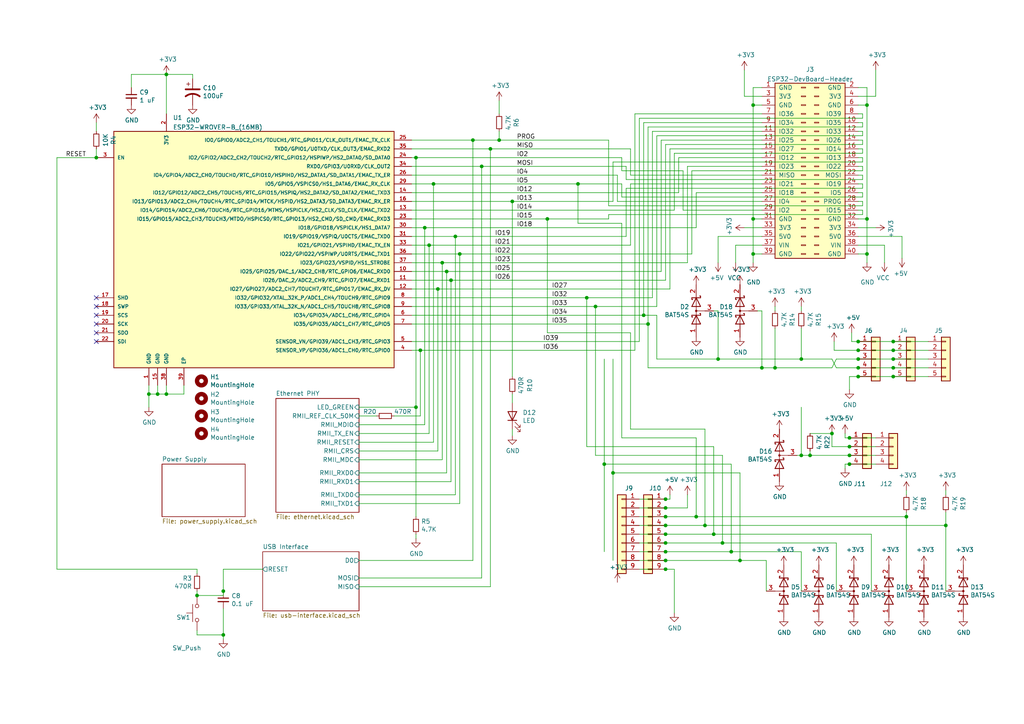
<source format=kicad_sch>
(kicad_sch (version 20211123) (generator eeschema)
  (paper "A4")
  (lib_symbols
    (symbol "Connector_Generic:Conn_01x04" (pin_names (offset 1.016) hide)
      (property "Reference" "J" (at 0 5.08 0))
      (property "Value" "Conn_01x04" (at 0 -7.62 0))
      (symbol "Conn_01x04_1_1"
        (pin passive line (at -5.08 2.54 0) (length 3.81) (name "Pin_1") (number "1"))
        (pin passive line (at -5.08 0 0) (length 3.81) (name "Pin_2") (number "2"))
        (pin passive line (at -5.08 -2.54 0) (length 3.81) (name "Pin_3") (number "3"))
        (pin passive line (at -5.08 -5.08 0) (length 3.81) (name "Pin_4") (number "4"))
      )
    )
    (symbol "Connector_Generic:Conn_01x05" (pin_names (offset 1.016) hide)
      (property "Reference" "J" (at 0 7.62 0))
      (property "Value" "Conn_01x05" (at 0 -7.62 0))
      (symbol "Conn_01x05_1_1"
        (pin passive line (at -5.08 5.08 0) (length 3.81) (name "Pin_1") (number "1"))
        (pin passive line (at -5.08 2.54 0) (length 3.81) (name "Pin_2") (number "2"))
        (pin passive line (at -5.08 0 0) (length 3.81) (name "Pin_3") (number "3"))
        (pin passive line (at -5.08 -2.54 0) (length 3.81) (name "Pin_4") (number "4"))
        (pin passive line (at -5.08 -5.08 0) (length 3.81) (name "Pin_5") (number "5"))
      )
    )
    (symbol "Connector_Generic:Conn_01x09" (pin_names (offset 1.016) hide)
      (property "Reference" "J" (at 0 12.7 0))
      (property "Value" "Conn_01x09" (at 0 -12.7 0))
      (symbol "Conn_01x09_1_1"
        (pin passive line (at -5.08 10.16 0) (length 3.81) (name "Pin_1") (number "1"))
        (pin passive line (at -5.08 7.62 0) (length 3.81) (name "Pin_2") (number "2"))
        (pin passive line (at -5.08 5.08 0) (length 3.81) (name "Pin_3") (number "3"))
        (pin passive line (at -5.08 2.54 0) (length 3.81) (name "Pin_4") (number "4"))
        (pin passive line (at -5.08 0 0) (length 3.81) (name "Pin_5") (number "5"))
        (pin passive line (at -5.08 -2.54 0) (length 3.81) (name "Pin_6") (number "6"))
        (pin passive line (at -5.08 -5.08 0) (length 3.81) (name "Pin_7") (number "7"))
        (pin passive line (at -5.08 -7.62 0) (length 3.81) (name "Pin_8") (number "8"))
        (pin passive line (at -5.08 -10.16 0) (length 3.81) (name "Pin_9") (number "9"))
      )
    )
    (symbol "Device:CP1" (pin_numbers hide) (pin_names (offset 0.254) hide)
      (property "Reference" "C" (at 0.635 2.54 0))
      (property "Value" "Device_CP1" (at 0.635 -2.54 0))
      (symbol "CP1_1_1"
        (pin passive line (at 0 3.81 270) (length 2.794) (name "~") (number "1"))
        (pin passive line (at 0 -3.81 90) (length 3.302) (name "~") (number "2"))
      )
    )
    (symbol "Device:C_Small" (pin_numbers hide) (pin_names (offset 0.254) hide)
      (property "Reference" "C" (at 0.254 1.778 0))
      (property "Value" "C_Small" (at 0.254 -2.032 0))
      (symbol "C_Small_1_1"
        (pin passive line (at 0 2.54 270) (length 2.032) (name "~") (number "1"))
        (pin passive line (at 0 -2.54 90) (length 2.032) (name "~") (number "2"))
      )
    )
    (symbol "Device:D_Schottky_x2_Serial_AKC" (pin_names (offset 0.762) hide)
      (property "Reference" "D" (at 1.27 -2.54 0))
      (property "Value" "Device_D_Schottky_x2_Serial_AKC" (at 0 2.54 0))
      (symbol "D_Schottky_x2_Serial_AKC_0_1"
        (pin passive line (at -7.62 0 0) (length 3.81) (name "A") (number "1"))
        (pin passive line (at 7.62 0 180) (length 3.81) (name "K") (number "2"))
        (pin passive line (at 0 -5.08 90) (length 2.54) (name "common") (number "3"))
      )
    )
    (symbol "Device:LED" (pin_numbers hide) (pin_names (offset 1.016) hide)
      (property "Reference" "D" (at 0 2.54 0))
      (property "Value" "LED" (at 0 -2.54 0))
      (symbol "LED_1_1"
        (pin passive line (at -3.81 0 0) (length 2.54) (name "K") (number "1"))
        (pin passive line (at 3.81 0 180) (length 2.54) (name "A") (number "2"))
      )
    )
    (symbol "Device:R_Small" (pin_numbers hide) (pin_names (offset 0.254) hide)
      (property "Reference" "R" (at 0.762 0.508 0))
      (property "Value" "R_Small" (at 0.762 -1.016 0))
      (symbol "R_Small_1_1"
        (pin passive line (at 0 2.54 270) (length 0.762) (name "~") (number "1"))
        (pin passive line (at 0 -2.54 90) (length 0.762) (name "~") (number "2"))
      )
    )
    (symbol "ESP32-Water-Meter-Monitor-rescue:D_Schottky_x2_Serial_AKC-Device" (pin_names (offset 0.762) hide)
      (property "Reference" "D" (at 1.27 -2.54 0))
      (property "Value" "D_Schottky_x2_Serial_AKC-Device" (at 0 2.54 0))
      (symbol "D_Schottky_x2_Serial_AKC-Device_0_1"
        (pin passive line (at -7.62 0 0) (length 3.81) (name "A") (number "1"))
        (pin passive line (at 7.62 0 180) (length 3.81) (name "K") (number "2"))
        (pin passive line (at 0 -5.08 90) (length 2.54) (name "common") (number "3"))
      )
    )
    (symbol "Mechanical:MountingHole" (pin_names (offset 1.016))
      (property "Reference" "H" (at 0 5.08 0))
      (property "Value" "MountingHole" (at 0 3.175 0))
    )
    (symbol "Switch:SW_Push" (pin_numbers hide) (pin_names (offset 1.016) hide)
      (property "Reference" "SW" (at 1.27 2.54 0))
      (property "Value" "Switch_SW_Push" (at 0 -1.524 0))
      (symbol "SW_Push_0_1"
        (pin passive line (at -5.08 0 0) (length 2.54) (name "1") (number "1"))
        (pin passive line (at 5.08 0 180) (length 2.54) (name "2") (number "2"))
      )
    )
    (symbol "connectors:ESP32-DevBoard-Header" (pin_names (offset 1.016))
      (property "Reference" "J" (at 1.27 25.4 0))
      (property "Value" "ESP32-DevBoard-Header" (at 1.27 -27.94 0))
      (symbol "ESP32-DevBoard-Header_1_1"
        (pin passive line (at -12.7 22.86 0) (length 3.81) (name "GND") (number "1"))
        (pin passive line (at 15.24 12.7 180) (length 3.81) (name "IO35") (number "10"))
        (pin passive line (at -12.7 10.16 0) (length 3.81) (name "IO32") (number "11"))
        (pin passive line (at 15.24 10.16 180) (length 3.81) (name "IO33") (number "12"))
        (pin passive line (at -12.7 7.62 0) (length 3.81) (name "IO25") (number "13"))
        (pin passive line (at 15.24 7.62 180) (length 3.81) (name "IO26") (number "14"))
        (pin passive line (at -12.7 5.08 0) (length 3.81) (name "IO27") (number "15"))
        (pin passive line (at 15.24 5.08 180) (length 3.81) (name "IO14") (number "16"))
        (pin passive line (at -12.7 2.54 0) (length 3.81) (name "IO12") (number "17"))
        (pin passive line (at 15.24 2.54 180) (length 3.81) (name "IO13") (number "18"))
        (pin passive line (at -12.7 0 0) (length 3.81) (name "IO23") (number "19"))
        (pin passive line (at 15.24 22.86 180) (length 3.81) (name "GND") (number "2"))
        (pin passive line (at 15.24 0 180) (length 3.81) (name "IO22") (number "20"))
        (pin passive line (at -12.7 -2.54 0) (length 3.81) (name "MISO") (number "21"))
        (pin passive line (at 15.24 -2.54 180) (length 3.81) (name "MOSI") (number "22"))
        (pin passive line (at -12.7 -5.08 0) (length 3.81) (name "IO21") (number "23"))
        (pin passive line (at 15.24 -5.08 180) (length 3.81) (name "IO19") (number "24"))
        (pin passive line (at -12.7 -7.62 0) (length 3.81) (name "IO18") (number "25"))
        (pin passive line (at 15.24 -7.62 180) (length 3.81) (name "IO5") (number "26"))
        (pin passive line (at -12.7 -10.16 0) (length 3.81) (name "IO4") (number "27"))
        (pin passive line (at 15.24 -10.16 180) (length 3.81) (name "PROG") (number "28"))
        (pin passive line (at -12.7 -12.7 0) (length 3.81) (name "IO2") (number "29"))
        (pin passive line (at -12.7 20.32 0) (length 3.81) (name "3V3") (number "3"))
        (pin passive line (at 15.24 -12.7 180) (length 3.81) (name "IO15") (number "30"))
        (pin passive line (at -12.7 -15.24 0) (length 3.81) (name "GND") (number "31"))
        (pin passive line (at 15.24 -15.24 180) (length 3.81) (name "GND") (number "32"))
        (pin passive line (at -12.7 -17.78 0) (length 3.81) (name "3V3") (number "33"))
        (pin passive line (at 15.24 -17.78 180) (length 3.81) (name "3V3") (number "34"))
        (pin passive line (at -12.7 -20.32 0) (length 3.81) (name "5V0") (number "35"))
        (pin passive line (at 15.24 -20.32 180) (length 3.81) (name "5V0") (number "36"))
        (pin passive line (at -12.7 -22.86 0) (length 3.81) (name "VIN") (number "37"))
        (pin passive line (at 15.24 -22.86 180) (length 3.81) (name "VIN") (number "38"))
        (pin passive line (at -12.7 -25.4 0) (length 3.81) (name "GND") (number "39"))
        (pin passive line (at 15.24 20.32 180) (length 3.81) (name "3V3") (number "4"))
        (pin passive line (at 15.24 -25.4 180) (length 3.81) (name "GND") (number "40"))
        (pin passive line (at -12.7 17.78 0) (length 3.81) (name "GND") (number "5"))
        (pin passive line (at 15.24 17.78 180) (length 3.81) (name "GND") (number "6"))
        (pin passive line (at -12.7 15.24 0) (length 3.81) (name "IO36") (number "7"))
        (pin passive line (at 15.24 15.24 180) (length 3.81) (name "IO39") (number "8"))
        (pin passive line (at -12.7 12.7 0) (length 3.81) (name "IO34") (number "9"))
      )
    )
    (symbol "custom:ESP32-WROVER-B_(16MB)" (pin_names (offset 1.016))
      (property "Reference" "U" (at 66.04 38.1 0))
      (property "Value" "ESP32-WROVER-B_(16MB)" (at 66.04 35.56 0))
      (symbol "ESP32-WROVER-B_(16MB)_0_0"
        (pin power_in line (at 30.48 -38.1 90) (length 5.08) (name "GND") (number "1"))
        (pin bidirectional line (at 106.68 -5.08 180) (length 5.08) (name "IO25/GPIO25/DAC_1/ADC2_CH8/RTC_GPIO6/EMAC_RXD0") (number "10"))
        (pin bidirectional line (at 106.68 -7.62 180) (length 5.08) (name "IO26/DAC_2/ADC2_CH9/RTC_GPIO7/EMAC_RXD1") (number "11"))
        (pin bidirectional line (at 106.68 -10.16 180) (length 5.08) (name "IO27/GPIO27/ADC2_CH7/TOUCH7/RTC_GPIO17/EMAC_RX_DV") (number "12"))
        (pin bidirectional line (at 106.68 12.7 180) (length 5.08) (name "IO14/GPIO14/ADC2_CH6/TOUCH6/RTC_GPIO16/MTMS/HSPICLK/HS2_CLK/SD_CLK/EMAC_TXD2") (number "13"))
        (pin bidirectional line (at 106.68 17.78 180) (length 5.08) (name "IO12/GPIO12/ADC2_CH5/TOUCH5/RTC_GPIO15/HSPIQ/HS2_DATA2/SD_DATA2/EMAC_TXD3") (number "14"))
        (pin power_in line (at 33.02 -38.1 90) (length 5.08) (name "GND") (number "15"))
        (pin bidirectional line (at 106.68 15.24 180) (length 5.08) (name "IO13/GPIO13/ADC2_CH4/TOUCH4/RTC_GPIO14/MTCK/HSPID/HS2_DATA3/SD_DATA3/EMAC_RX_ER") (number "16"))
        (pin bidirectional line (at 15.24 -12.7 0) (length 5.08) (name "SHD") (number "17"))
        (pin bidirectional line (at 15.24 -15.24 0) (length 5.08) (name "SWP") (number "18"))
        (pin bidirectional line (at 15.24 -17.78 0) (length 5.08) (name "SCS") (number "19"))
        (pin power_in line (at 35.56 40.64 270) (length 5.08) (name "3V3") (number "2"))
        (pin bidirectional line (at 15.24 -20.32 0) (length 5.08) (name "SCK") (number "20"))
        (pin bidirectional line (at 15.24 -22.86 0) (length 5.08) (name "SDO") (number "21"))
        (pin bidirectional line (at 15.24 -25.4 0) (length 5.08) (name "SDI") (number "22"))
        (pin bidirectional line (at 106.68 10.16 180) (length 5.08) (name "IO15/GPIO15/ADC2_CH3/TOUCH3/MTDO/HSPICS0/RTC_GPIO13/HS2_CMD/SD_CMD/EMAC_RXD3") (number "23"))
        (pin bidirectional line (at 106.68 27.94 180) (length 5.08) (name "IO2/GPIO2/ADC2_CH2/TOUCH2/RTC_GPIO12/HSPIWP/HS2_DATA0/SD_DATA0") (number "24"))
        (pin bidirectional line (at 106.68 33.02 180) (length 5.08) (name "IO0/GPIO0/ADC2_CH1/TOUCH1/RTC_GPIO11/CLK_OUT1/EMAC_TX_CLK") (number "25"))
        (pin bidirectional line (at 106.68 22.86 180) (length 5.08) (name "IO4/GPIO4/ADC2_CH0/TOUCH0/RTC_GPIO10/HSPIHD/HS2_DATA1/SD_DATA1/EMAC_TX_ER") (number "26"))
        (pin bidirectional line (at 106.68 20.32 180) (length 5.08) (name "IO5/GPIO5/VSPICS0/HS1_DATA6/EMAC_RX_CLK") (number "29"))
        (pin input line (at 15.24 27.94 0) (length 5.08) (name "EN") (number "3"))
        (pin bidirectional line (at 106.68 7.62 180) (length 5.08) (name "IO18/GPIO18/VSPICLK/HS1_DATA7") (number "30"))
        (pin bidirectional line (at 106.68 5.08 180) (length 5.08) (name "IO19/GPIO19/VSPIQ/U0CTS/EMAC_TXD0") (number "31"))
        (pin bidirectional line (at 106.68 2.54 180) (length 5.08) (name "IO21/GPIO21/VSPIHD/EMAC_TX_EN") (number "33"))
        (pin bidirectional line (at 106.68 25.4 180) (length 5.08) (name "RXD0/GPIO3/U0RXD/CLK_OUT2") (number "34"))
        (pin bidirectional line (at 106.68 30.48 180) (length 5.08) (name "TXD0/GPIO1/U0TXD/CLK_OUT3/EMAC_RXD2") (number "35"))
        (pin bidirectional line (at 106.68 0 180) (length 5.08) (name "IO22/GPIO22/VSPIWP/U0RTS/EMAC_TXD1") (number "36"))
        (pin bidirectional line (at 106.68 -2.54 180) (length 5.08) (name "IO23/GPIO23/VSPID/HS1_STROBE") (number "37"))
        (pin power_in line (at 35.56 -38.1 90) (length 5.08) (name "GND") (number "38"))
        (pin power_in line (at 40.64 -38.1 90) (length 5.08) (name "EP") (number "39"))
        (pin bidirectional line (at 106.68 -27.94 180) (length 5.08) (name "SENSOR_VP/GPIO36/ADC1_CH0/RTC_GPIO0") (number "4"))
        (pin bidirectional line (at 106.68 -25.4 180) (length 5.08) (name "SENSOR_VN/GPIO39/ADC1_CH3/RTC_GPIO3") (number "5"))
        (pin bidirectional line (at 106.68 -17.78 180) (length 5.08) (name "IO34/GPIO34/ADC1_CH6/RTC_GPIO4") (number "6"))
        (pin bidirectional line (at 106.68 -20.32 180) (length 5.08) (name "IO35/GPIO35/ADC1_CH7/RTC_GPIO5") (number "7"))
        (pin bidirectional line (at 106.68 -12.7 180) (length 5.08) (name "IO32/GPIO32/XTAL_32K_P/ADC1_CH4/TOUCH9/RTC_GPIO9") (number "8"))
        (pin bidirectional line (at 106.68 -15.24 180) (length 5.08) (name "IO33/GPIO33/XTAL_32K_N/ADC1_CH5/TOUCH8/RTC_GPIO8") (number "9"))
      )
    )
    (symbol "power:+3V3" (power) (pin_names (offset 0))
      (property "Value" "+3V3" (at 0 3.556 0))
      (symbol "+3V3_1_1"
        (pin power_in line (at 0 0 90) (length 0) hide (name "+3V3") (number "1"))
      )
    )
    (symbol "power:+5V" (power) (pin_names (offset 0))
      (property "Value" "+5V" (at 0 3.556 0))
      (symbol "+5V_1_1"
        (pin power_in line (at 0 0 90) (length 0) hide (name "+5V") (number "1"))
      )
    )
    (symbol "power:GND" (power) (pin_names (offset 0))
      (property "Value" "GND" (at 0 -3.81 0))
      (symbol "GND_1_1"
        (pin power_in line (at 0 0 270) (length 0) hide (name "GND") (number "1"))
      )
    )
    (symbol "power:VCC" (power) (pin_names (offset 0))
      (property "Value" "VCC" (at 0 3.81 0))
      (symbol "VCC_1_1"
        (pin power_in line (at 0 0 90) (length 0) hide (name "VCC") (number "1"))
      )
    )
  )
  (junction (at 193.04 152.4))
  (junction (at 209.55 157.48))
  (junction (at 193.04 154.94))
  (junction (at 246.38 127))
  (junction (at 193.04 144.78))
  (junction (at 259.08 99.06))
  (junction (at 125.73 53.34))
  (junction (at 232.41 104.14))
  (junction (at 132.08 68.58))
  (junction (at 121.92 101.6))
  (junction (at 193.04 149.86))
  (junction (at 175.26 134.62))
  (junction (at 259.08 109.22))
  (junction (at 123.19 66.04))
  (junction (at 251.46 63.5))
  (junction (at 27.94 45.72))
  (junction (at 248.92 104.14))
  (junction (at 248.92 101.6))
  (junction (at 248.92 99.06))
  (junction (at 193.04 165.1))
  (junction (at 167.64 53.34))
  (junction (at 48.26 21.59))
  (junction (at 251.46 30.48))
  (junction (at 218.44 73.66))
  (junction (at 248.92 109.22))
  (junction (at 246.38 129.54))
  (junction (at 241.3 125.73))
  (junction (at 248.92 106.68))
  (junction (at 234.95 132.08))
  (junction (at 177.8 137.16))
  (junction (at 259.08 104.14))
  (junction (at 45.72 114.3))
  (junction (at 193.04 162.56))
  (junction (at 120.65 45.72))
  (junction (at 64.77 184.15))
  (junction (at 128.27 76.2))
  (junction (at 124.46 71.12))
  (junction (at 262.89 149.86))
  (junction (at 170.18 86.36))
  (junction (at 207.01 154.94))
  (junction (at 232.41 132.08))
  (junction (at 127 83.82))
  (junction (at 208.28 104.14))
  (junction (at 246.38 132.08))
  (junction (at 187.96 93.98))
  (junction (at 259.08 101.6))
  (junction (at 148.59 58.42))
  (junction (at 193.04 160.02))
  (junction (at 220.98 106.68))
  (junction (at 212.09 160.02))
  (junction (at 137.16 40.64))
  (junction (at 130.81 81.28))
  (junction (at 218.44 30.48))
  (junction (at 193.04 157.48))
  (junction (at 186.69 91.44))
  (junction (at 48.26 114.3))
  (junction (at 133.35 73.66))
  (junction (at 129.54 78.74))
  (junction (at 142.24 43.18))
  (junction (at 172.72 88.9))
  (junction (at 139.7 48.26))
  (junction (at 218.44 63.5))
  (junction (at 259.08 106.68))
  (junction (at 158.75 63.5))
  (junction (at 214.63 162.56))
  (junction (at 201.93 149.86))
  (junction (at 246.38 134.62))
  (junction (at 251.46 73.66))
  (junction (at 64.77 171.45))
  (junction (at 120.65 118.11))
  (junction (at 43.18 114.3))
  (junction (at 224.79 106.68))
  (junction (at 274.32 152.4))
  (junction (at 193.04 147.32))
  (junction (at 57.15 172.72))
  (junction (at 204.47 152.4))
  (junction (at 144.78 40.64))
  (no_connect (at 27.94 91.44))
  (no_connect (at 27.94 88.9))
  (no_connect (at 27.94 86.36))
  (no_connect (at 27.94 99.06))
  (no_connect (at 27.94 96.52))
  (no_connect (at 27.94 93.98))
  (wire (pts (xy 179.07 58.42) (xy 220.98 58.42)))
  (wire (pts (xy 104.14 170.18) (xy 142.24 170.18)))
  (wire (pts (xy 234.95 130.81) (xy 234.95 132.08)))
  (wire (pts (xy 234.95 125.73) (xy 241.3 125.73)))
  (wire (pts (xy 27.94 35.56) (xy 27.94 38.1)))
  (wire (pts (xy 232.41 160.02) (xy 232.41 171.45)))
  (wire (pts (xy 43.18 118.11) (xy 43.18 114.3)))
  (wire (pts (xy 119.38 71.12) (xy 124.46 71.12)))
  (wire (pts (xy 119.38 76.2) (xy 128.27 76.2)))
  (wire (pts (xy 180.34 53.34) (xy 180.34 57.15)))
  (wire (pts (xy 219.71 90.17) (xy 220.98 90.17)))
  (wire (pts (xy 222.25 162.56) (xy 214.63 162.56)))
  (wire (pts (xy 64.77 165.1) (xy 64.77 171.45)))
  (wire (pts (xy 120.65 118.11) (xy 120.65 45.72)))
  (wire (pts (xy 251.46 73.66) (xy 248.92 73.66)))
  (wire (pts (xy 251.46 76.2) (xy 251.46 73.66)))
  (wire (pts (xy 193.04 162.56) (xy 214.63 162.56)))
  (wire (pts (xy 181.61 54.61) (xy 250.19 54.61)))
  (wire (pts (xy 242.57 106.68) (xy 241.3 104.14)))
  (wire (pts (xy 250.19 59.69) (xy 250.19 58.42)))
  (wire (pts (xy 170.18 129.54) (xy 207.01 129.54)))
  (wire (pts (xy 180.34 64.77) (xy 167.64 64.77)))
  (wire (pts (xy 119.38 93.98) (xy 187.96 93.98)))
  (wire (pts (xy 104.14 125.73) (xy 124.46 125.73)))
  (wire (pts (xy 232.41 95.25) (xy 232.41 104.14)))
  (wire (pts (xy 190.5 104.14) (xy 190.5 91.44)))
  (wire (pts (xy 195.58 60.96) (xy 195.58 44.45)))
  (wire (pts (xy 218.44 63.5) (xy 218.44 73.66)))
  (wire (pts (xy 175.26 134.62) (xy 175.26 160.02)))
  (wire (pts (xy 170.18 86.36) (xy 170.18 129.54)))
  (wire (pts (xy 45.72 114.3) (xy 43.18 114.3)))
  (wire (pts (xy 127 83.82) (xy 194.31 83.82)))
  (wire (pts (xy 250.19 33.02) (xy 248.92 33.02)))
  (wire (pts (xy 158.75 63.5) (xy 176.53 63.5)))
  (wire (pts (xy 167.64 53.34) (xy 180.34 53.34)))
  (wire (pts (xy 57.15 184.15) (xy 64.77 184.15)))
  (wire (pts (xy 119.38 43.18) (xy 142.24 43.18)))
  (wire (pts (xy 120.65 45.72) (xy 119.38 45.72)))
  (wire (pts (xy 259.08 99.06) (xy 269.24 99.06)))
  (wire (pts (xy 201.93 127) (xy 201.93 149.86)))
  (wire (pts (xy 232.41 132.08) (xy 234.95 132.08)))
  (wire (pts (xy 259.08 104.14) (xy 269.24 104.14)))
  (wire (pts (xy 262.89 149.86) (xy 262.89 171.45)))
  (wire (pts (xy 262.89 148.59) (xy 262.89 149.86)))
  (wire (pts (xy 185.42 99.06) (xy 185.42 34.29)))
  (wire (pts (xy 64.77 165.1) (xy 76.2 165.1)))
  (wire (pts (xy 232.41 88.9) (xy 232.41 90.17)))
  (wire (pts (xy 224.79 106.68) (xy 241.3 106.68)))
  (wire (pts (xy 180.34 49.53) (xy 180.34 45.72)))
  (wire (pts (xy 104.14 137.16) (xy 129.54 137.16)))
  (wire (pts (xy 222.25 162.56) (xy 222.25 171.45)))
  (wire (pts (xy 170.18 86.36) (xy 189.23 86.36)))
  (wire (pts (xy 119.38 40.64) (xy 137.16 40.64)))
  (wire (pts (xy 251.46 63.5) (xy 251.46 73.66)))
  (wire (pts (xy 119.38 78.74) (xy 129.54 78.74)))
  (wire (pts (xy 193.04 165.1) (xy 195.58 165.1)))
  (wire (pts (xy 190.5 91.44) (xy 186.69 91.44)))
  (wire (pts (xy 194.31 43.18) (xy 220.98 43.18)))
  (wire (pts (xy 27.94 43.18) (xy 27.94 45.72)))
  (wire (pts (xy 119.38 83.82) (xy 127 83.82)))
  (wire (pts (xy 104.14 133.35) (xy 128.27 133.35)))
  (wire (pts (xy 248.92 99.06) (xy 259.08 99.06)))
  (wire (pts (xy 193.04 144.78) (xy 194.31 144.78)))
  (wire (pts (xy 201.93 127) (xy 180.34 127)))
  (wire (pts (xy 234.95 132.08) (xy 246.38 132.08)))
  (wire (pts (xy 248.92 25.4) (xy 251.46 25.4)))
  (wire (pts (xy 214.63 137.16) (xy 214.63 162.56)))
  (wire (pts (xy 248.92 109.22) (xy 259.08 109.22)))
  (wire (pts (xy 186.69 91.44) (xy 186.69 35.56)))
  (wire (pts (xy 246.38 127) (xy 254 127)))
  (wire (pts (xy 193.04 160.02) (xy 212.09 160.02)))
  (wire (pts (xy 119.38 66.04) (xy 123.19 66.04)))
  (wire (pts (xy 208.28 68.58) (xy 208.28 76.2)))
  (wire (pts (xy 177.8 46.99) (xy 250.19 46.99)))
  (wire (pts (xy 185.42 152.4) (xy 193.04 152.4)))
  (wire (pts (xy 130.81 81.28) (xy 193.04 81.28)))
  (wire (pts (xy 185.42 157.48) (xy 193.04 157.48)))
  (wire (pts (xy 119.38 91.44) (xy 186.69 91.44)))
  (wire (pts (xy 16.51 165.1) (xy 16.51 45.72)))
  (wire (pts (xy 185.42 149.86) (xy 193.04 149.86)))
  (wire (pts (xy 250.19 48.26) (xy 248.92 48.26)))
  (wire (pts (xy 119.38 99.06) (xy 185.42 99.06)))
  (wire (pts (xy 53.34 114.3) (xy 48.26 114.3)))
  (wire (pts (xy 193.04 147.32) (xy 199.39 147.32)))
  (wire (pts (xy 104.14 143.51) (xy 132.08 143.51)))
  (wire (pts (xy 193.04 154.94) (xy 207.01 154.94)))
  (wire (pts (xy 190.5 39.37) (xy 250.19 39.37)))
  (wire (pts (xy 251.46 30.48) (xy 251.46 63.5)))
  (wire (pts (xy 185.42 154.94) (xy 193.04 154.94)))
  (wire (pts (xy 250.19 41.91) (xy 250.19 40.64)))
  (wire (pts (xy 199.39 143.51) (xy 199.39 147.32)))
  (wire (pts (xy 250.19 40.64) (xy 248.92 40.64)))
  (wire (pts (xy 250.19 53.34) (xy 248.92 53.34)))
  (wire (pts (xy 218.44 30.48) (xy 218.44 63.5)))
  (wire (pts (xy 220.98 106.68) (xy 224.79 106.68)))
  (wire (pts (xy 43.18 114.3) (xy 43.18 111.76)))
  (wire (pts (xy 119.38 86.36) (xy 170.18 86.36)))
  (wire (pts (xy 185.42 162.56) (xy 193.04 162.56)))
  (wire (pts (xy 218.44 30.48) (xy 220.98 30.48)))
  (wire (pts (xy 104.14 162.56) (xy 137.16 162.56)))
  (wire (pts (xy 248.92 104.14) (xy 242.57 104.14)))
  (wire (pts (xy 274.32 171.45) (xy 274.32 152.4)))
  (wire (pts (xy 175.26 134.62) (xy 212.09 134.62)))
  (wire (pts (xy 201.93 149.86) (xy 262.89 149.86)))
  (wire (pts (xy 129.54 78.74) (xy 191.77 78.74)))
  (wire (pts (xy 16.51 45.72) (xy 27.94 45.72)))
  (wire (pts (xy 254 20.32) (xy 254 27.94)))
  (wire (pts (xy 207.01 154.94) (xy 252.73 154.94)))
  (wire (pts (xy 119.38 50.8) (xy 179.07 50.8)))
  (wire (pts (xy 182.88 71.12) (xy 182.88 53.34)))
  (wire (pts (xy 231.14 132.08) (xy 232.41 132.08)))
  (wire (pts (xy 204.47 124.46) (xy 182.88 124.46)))
  (wire (pts (xy 196.85 45.72) (xy 220.98 45.72)))
  (wire (pts (xy 259.08 101.6) (xy 269.24 101.6)))
  (wire (pts (xy 119.38 55.88) (xy 196.85 55.88)))
  (wire (pts (xy 180.34 57.15) (xy 250.19 57.15)))
  (wire (pts (xy 158.75 63.5) (xy 158.75 96.52)))
  (wire (pts (xy 57.15 172.72) (xy 57.15 171.45)))
  (wire (pts (xy 215.9 27.94) (xy 220.98 27.94)))
  (wire (pts (xy 245.11 134.62) (xy 246.38 134.62)))
  (wire (pts (xy 181.61 48.26) (xy 181.61 52.07)))
  (wire (pts (xy 121.92 101.6) (xy 184.15 101.6)))
  (wire (pts (xy 182.88 96.52) (xy 182.88 124.46)))
  (wire (pts (xy 142.24 43.18) (xy 182.88 43.18)))
  (wire (pts (xy 259.08 106.68) (xy 269.24 106.68)))
  (wire (pts (xy 248.92 104.14) (xy 259.08 104.14)))
  (wire (pts (xy 48.26 21.59) (xy 38.1 21.59)))
  (wire (pts (xy 194.31 83.82) (xy 194.31 43.18)))
  (wire (pts (xy 184.15 101.6) (xy 184.15 33.02)))
  (wire (pts (xy 55.88 21.59) (xy 48.26 21.59)))
  (wire (pts (xy 176.53 62.23) (xy 250.19 62.23)))
  (wire (pts (xy 250.19 35.56) (xy 248.92 35.56)))
  (wire (pts (xy 185.42 147.32) (xy 193.04 147.32)))
  (wire (pts (xy 248.92 106.68) (xy 259.08 106.68)))
  (wire (pts (xy 189.23 38.1) (xy 220.98 38.1)))
  (wire (pts (xy 104.14 120.65) (xy 109.22 120.65)))
  (wire (pts (xy 261.62 68.58) (xy 261.62 74.93)))
  (wire (pts (xy 193.04 149.86) (xy 201.93 149.86)))
  (wire (pts (xy 125.73 53.34) (xy 125.73 128.27)))
  (wire (pts (xy 45.72 111.76) (xy 45.72 114.3)))
  (wire (pts (xy 199.39 76.2) (xy 199.39 48.26)))
  (wire (pts (xy 177.8 137.16) (xy 177.8 162.56)))
  (wire (pts (xy 241.935 101.6) (xy 248.92 101.6)))
  (wire (pts (xy 251.46 30.48) (xy 248.92 30.48)))
  (wire (pts (xy 144.78 33.02) (xy 144.78 29.21)))
  (wire (pts (xy 127 83.82) (xy 127 130.81)))
  (wire (pts (xy 132.08 68.58) (xy 181.61 68.58)))
  (wire (pts (xy 224.79 88.9) (xy 224.79 90.17)))
  (wire (pts (xy 247.015 96.52) (xy 247.015 99.06)))
  (wire (pts (xy 177.8 104.14) (xy 177.8 137.16)))
  (wire (pts (xy 120.65 156.21) (xy 120.65 154.94)))
  (wire (pts (xy 104.14 167.64) (xy 139.7 167.64)))
  (wire (pts (xy 232.41 104.14) (xy 241.3 104.14)))
  (wire (pts (xy 132.08 68.58) (xy 132.08 143.51)))
  (wire (pts (xy 119.38 81.28) (xy 130.81 81.28)))
  (wire (pts (xy 250.19 57.15) (xy 250.19 55.88)))
  (wire (pts (xy 182.88 43.18) (xy 182.88 50.8)))
  (wire (pts (xy 119.38 88.9) (xy 172.72 88.9)))
  (wire (pts (xy 220.98 106.68) (xy 187.96 106.68)))
  (wire (pts (xy 193.04 152.4) (xy 204.47 152.4)))
  (wire (pts (xy 200.66 73.66) (xy 200.66 49.53)))
  (wire (pts (xy 261.62 68.58) (xy 248.92 68.58)))
  (wire (pts (xy 182.88 50.8) (xy 220.98 50.8)))
  (wire (pts (xy 250.19 34.29) (xy 250.19 33.02)))
  (wire (pts (xy 250.19 45.72) (xy 248.92 45.72)))
  (wire (pts (xy 213.36 71.12) (xy 220.98 71.12)))
  (wire (pts (xy 245.11 135.89) (xy 245.11 134.62)))
  (wire (pts (xy 207.01 90.17) (xy 208.28 90.17)))
  (wire (pts (xy 250.19 46.99) (xy 250.19 45.72)))
  (wire (pts (xy 64.77 176.53) (xy 64.77 184.15)))
  (wire (pts (xy 139.7 167.64) (xy 139.7 48.26)))
  (wire (pts (xy 119.38 63.5) (xy 158.75 63.5)))
  (wire (pts (xy 104.14 146.05) (xy 133.35 146.05)))
  (wire (pts (xy 195.58 177.8) (xy 195.58 165.1)))
  (wire (pts (xy 250.19 36.83) (xy 250.19 35.56)))
  (wire (pts (xy 250.19 54.61) (xy 250.19 53.34)))
  (wire (pts (xy 133.35 73.66) (xy 133.35 146.05)))
  (wire (pts (xy 187.96 36.83) (xy 250.19 36.83)))
  (wire (pts (xy 212.09 134.62) (xy 212.09 160.02)))
  (wire (pts (xy 200.66 49.53) (xy 250.19 49.53)))
  (wire (pts (xy 55.88 22.86) (xy 55.88 21.59)))
  (wire (pts (xy 57.15 172.72) (xy 64.77 172.72)))
  (wire (pts (xy 220.98 25.4) (xy 218.44 25.4)))
  (wire (pts (xy 241.3 129.54) (xy 246.38 129.54)))
  (wire (pts (xy 125.73 53.34) (xy 167.64 53.34)))
  (wire (pts (xy 250.19 55.88) (xy 248.92 55.88)))
  (wire (pts (xy 57.15 182.88) (xy 57.15 184.15)))
  (wire (pts (xy 182.88 53.34) (xy 220.98 53.34)))
  (wire (pts (xy 193.04 81.28) (xy 193.04 41.91)))
  (wire (pts (xy 38.1 21.59) (xy 38.1 25.4)))
  (wire (pts (xy 250.19 44.45) (xy 250.19 43.18)))
  (wire (pts (xy 104.14 128.27) (xy 125.73 128.27)))
  (wire (pts (xy 199.39 48.26) (xy 220.98 48.26)))
  (wire (pts (xy 207.01 129.54) (xy 207.01 154.94)))
  (wire (pts (xy 248.92 66.04) (xy 254 66.04)))
  (wire (pts (xy 184.15 33.02) (xy 220.98 33.02)))
  (wire (pts (xy 104.14 118.11) (xy 120.65 118.11)))
  (wire (pts (xy 128.27 76.2) (xy 199.39 76.2)))
  (wire (pts (xy 208.28 104.14) (xy 232.41 104.14)))
  (wire (pts (xy 119.38 48.26) (xy 139.7 48.26)))
  (wire (pts (xy 137.16 40.64) (xy 144.78 40.64)))
  (wire (pts (xy 176.53 63.5) (xy 176.53 62.23)))
  (wire (pts (xy 124.46 71.12) (xy 182.88 71.12)))
  (wire (pts (xy 104.14 139.7) (xy 130.81 139.7)))
  (wire (pts (xy 254 27.94) (xy 248.92 27.94)))
  (wire (pts (xy 48.26 114.3) (xy 45.72 114.3)))
  (wire (pts (xy 246.38 132.08) (xy 254 132.08)))
  (wire (pts (xy 119.38 53.34) (xy 125.73 53.34)))
  (wire (pts (xy 123.19 66.04) (xy 201.93 66.04)))
  (wire (pts (xy 48.26 111.76) (xy 48.26 114.3)))
  (wire (pts (xy 248.92 101.6) (xy 259.08 101.6)))
  (wire (pts (xy 274.32 148.59) (xy 274.32 152.4)))
  (wire (pts (xy 120.65 45.72) (xy 180.34 45.72)))
  (wire (pts (xy 64.77 184.15) (xy 64.77 185.42)))
  (wire (pts (xy 16.51 165.1) (xy 57.15 165.1)))
  (wire (pts (xy 209.55 157.48) (xy 242.57 157.48)))
  (wire (pts (xy 220.98 68.58) (xy 208.28 68.58)))
  (wire (pts (xy 123.19 66.04) (xy 123.19 123.19)))
  (wire (pts (xy 250.19 38.1) (xy 248.92 38.1)))
  (wire (pts (xy 242.57 157.48) (xy 242.57 171.45)))
  (wire (pts (xy 212.09 160.02) (xy 232.41 160.02)))
  (wire (pts (xy 181.61 52.07) (xy 250.19 52.07)))
  (wire (pts (xy 248.92 106.68) (xy 242.57 106.68)))
  (wire (pts (xy 218.44 73.66) (xy 220.98 73.66)))
  (wire (pts (xy 248.92 71.12) (xy 256.54 71.12)))
  (wire (pts (xy 128.27 76.2) (xy 128.27 133.35)))
  (wire (pts (xy 185.42 34.29) (xy 250.19 34.29)))
  (wire (pts (xy 208.28 90.17) (xy 208.28 104.14)))
  (wire (pts (xy 191.77 40.64) (xy 220.98 40.64)))
  (wire (pts (xy 137.16 40.64) (xy 137.16 162.56)))
  (wire (pts (xy 104.14 130.81) (xy 127 130.81)))
  (wire (pts (xy 193.04 157.48) (xy 209.55 157.48)))
  (wire (pts (xy 191.77 78.74) (xy 191.77 40.64)))
  (wire (pts (xy 250.19 39.37) (xy 250.19 38.1)))
  (wire (pts (xy 274.32 152.4) (xy 204.47 152.4)))
  (wire (pts (xy 185.42 160.02) (xy 193.04 160.02)))
  (wire (pts (xy 181.61 68.58) (xy 181.61 54.61)))
  (wire (pts (xy 119.38 58.42) (xy 148.59 58.42)))
  (wire (pts (xy 220.98 90.17) (xy 220.98 106.68)))
  (wire (pts (xy 252.73 154.94) (xy 252.73 171.45)))
  (wire (pts (xy 251.46 25.4) (xy 251.46 30.48)))
  (wire (pts (xy 224.79 95.25) (xy 224.79 106.68)))
  (wire (pts (xy 201.93 55.88) (xy 220.98 55.88)))
  (wire (pts (xy 124.46 71.12) (xy 124.46 125.73)))
  (wire (pts (xy 218.44 25.4) (xy 218.44 30.48)))
  (wire (pts (xy 185.42 144.78) (xy 193.04 144.78)))
  (wire (pts (xy 208.28 104.14) (xy 190.5 104.14)))
  (wire (pts (xy 250.19 60.96) (xy 248.92 60.96)))
  (wire (pts (xy 148.59 109.22) (xy 148.59 58.42)))
  (wire (pts (xy 119.38 68.58) (xy 132.08 68.58)))
  (wire (pts (xy 215.9 66.04) (xy 220.98 66.04)))
  (wire (pts (xy 180.34 127) (xy 180.34 64.77)))
  (wire (pts (xy 198.12 60.96) (xy 198.12 49.53)))
  (wire (pts (xy 172.72 88.9) (xy 190.5 88.9)))
  (wire (pts (xy 144.78 40.64) (xy 144.78 38.1)))
  (wire (pts (xy 187.96 106.68) (xy 187.96 93.98)))
  (wire (pts (xy 274.32 142.24) (xy 274.32 143.51)))
  (wire (pts (xy 242.57 104.14) (xy 241.3 106.68)))
  (wire (pts (xy 246.38 109.22) (xy 248.92 109.22)))
  (wire (pts (xy 241.935 99.06) (xy 241.935 101.6)))
  (wire (pts (xy 246.38 113.03) (xy 246.38 109.22)))
  (wire (pts (xy 119.38 73.66) (xy 133.35 73.66)))
  (wire (pts (xy 250.19 43.18) (xy 248.92 43.18)))
  (wire (pts (xy 148.59 126.365) (xy 148.59 124.46)))
  (wire (pts (xy 114.3 120.65) (xy 121.92 120.65)))
  (wire (pts (xy 172.72 132.08) (xy 209.55 132.08)))
  (wire (pts (xy 53.34 111.76) (xy 53.34 114.3)))
  (wire (pts (xy 241.3 125.73) (xy 241.3 129.54)))
  (wire (pts (xy 196.85 55.88) (xy 196.85 45.72)))
  (wire (pts (xy 195.58 44.45) (xy 250.19 44.45)))
  (wire (pts (xy 186.69 35.56) (xy 220.98 35.56)))
  (wire (pts (xy 148.59 58.42) (xy 177.8 58.42)))
  (wire (pts (xy 57.15 165.1) (xy 57.15 166.37)))
  (wire (pts (xy 198.12 49.53) (xy 180.34 49.53)))
  (wire (pts (xy 172.72 88.9) (xy 172.72 132.08)))
  (wire (pts (xy 133.35 73.66) (xy 200.66 73.66)))
  (wire (pts (xy 246.38 134.62) (xy 254 134.62)))
  (wire (pts (xy 250.19 52.07) (xy 250.19 50.8)))
  (wire (pts (xy 119.38 60.96) (xy 195.58 60.96)))
  (wire (pts (xy 167.64 64.77) (xy 167.64 53.34)))
  (wire (pts (xy 129.54 137.16) (xy 129.54 78.74)))
  (wire (pts (xy 193.04 41.91) (xy 250.19 41.91)))
  (wire (pts (xy 64.77 171.45) (xy 64.77 172.72)))
  (wire (pts (xy 259.08 109.22) (xy 269.24 109.22)))
  (wire (pts (xy 175.26 104.14) (xy 175.26 134.62)))
  (wire (pts (xy 250.19 49.53) (xy 250.19 48.26)))
  (wire (pts (xy 142.24 170.18) (xy 142.24 43.18)))
  (wire (pts (xy 179.07 50.8) (xy 179.07 58.42)))
  (wire (pts (xy 247.015 99.06) (xy 248.92 99.06)))
  (wire (pts (xy 104.14 123.19) (xy 123.19 123.19)))
  (wire (pts (xy 220.98 60.96) (xy 198.12 60.96)))
  (wire (pts (xy 190.5 88.9) (xy 190.5 39.37)))
  (wire (pts (xy 121.92 120.65) (xy 121.92 101.6)))
  (wire (pts (xy 148.59 114.3) (xy 148.59 116.84)))
  (wire (pts (xy 250.19 62.23) (xy 250.19 60.96)))
  (wire (pts (xy 177.8 58.42) (xy 177.8 46.99)))
  (wire (pts (xy 177.8 137.16) (xy 214.63 137.16)))
  (wire (pts (xy 194.31 143.51) (xy 194.31 144.78)))
  (wire (pts (xy 218.44 76.2) (xy 218.44 73.66)))
  (wire (pts (xy 187.96 93.98) (xy 187.96 36.83)))
  (wire (pts (xy 176.53 40.64) (xy 176.53 59.69)))
  (wire (pts (xy 176.53 59.69) (xy 250.19 59.69)))
  (wire (pts (xy 213.36 76.2) (xy 213.36 71.12)))
  (wire (pts (xy 185.42 165.1) (xy 193.04 165.1)))
  (wire (pts (xy 256.54 76.2) (xy 256.54 71.12)))
  (wire (pts (xy 48.26 21.59) (xy 48.26 33.02)))
  (wire (pts (xy 120.65 118.11) (xy 120.65 149.86)))
  (wire (pts (xy 215.9 20.32) (xy 215.9 27.94)))
  (wire (pts (xy 158.75 96.52) (xy 182.88 96.52)))
  (wire (pts (xy 250.19 58.42) (xy 248.92 58.42)))
  (wire (pts (xy 246.38 129.54) (xy 254 129.54)))
  (wire (pts (xy 250.19 50.8) (xy 248.92 50.8)))
  (wire (pts (xy 232.41 118.11) (xy 232.41 132.08)))
  (wire (pts (xy 218.44 63.5) (xy 220.98 63.5)))
  (wire (pts (xy 144.78 40.64) (xy 176.53 40.64)))
  (wire (pts (xy 119.38 101.6) (xy 121.92 101.6)))
  (wire (pts (xy 262.89 142.24) (xy 262.89 143.51)))
  (wire (pts (xy 139.7 48.26) (xy 181.61 48.26)))
  (wire (pts (xy 245.11 125.73) (xy 245.11 127)))
  (wire (pts (xy 245.11 127) (xy 246.38 127)))
  (wire (pts (xy 204.47 124.46) (xy 204.47 152.4)))
  (wire (pts (xy 209.55 132.08) (xy 209.55 157.48)))
  (wire (pts (xy 189.23 86.36) (xy 189.23 38.1)))
  (wire (pts (xy 201.93 66.04) (xy 201.93 55.88)))
  (wire (pts (xy 248.92 63.5) (xy 251.46 63.5)))
  (wire (pts (xy 130.81 139.7) (xy 130.81 81.28)))
  (label "IO22" (at 143.51 73.66 0))
  (label "RESET" (at 19.05 45.72 0))
  (label "IO2" (at 149.86 45.72 0))
  (label "IO15" (at 149.86 63.5 0))
  (label "IO14" (at 149.86 60.96 0))
  (label "IO35" (at 160.02 93.98 0))
  (label "IO25" (at 143.4985 78.74 0))
  (label "IO32" (at 160.02 86.36 0))
  (label "IO19" (at 143.51 68.58 0))
  (label "MISO" (at 149.86 43.18 0))
  (label "IO34" (at 160.02 91.44 0))
  (label "IO18" (at 149.86 66.04 0))
  (label "IO23" (at 143.51 76.2 0))
  (label "IO36" (at 157.48 101.6 0))
  (label "MOSI" (at 149.86 48.26 0))
  (label "IO5" (at 149.86 53.34 0))
  (label "PROG" (at 149.86 40.64 0))
  (label "IO12" (at 149.86 55.88 0))
  (label "IO13" (at 149.86 58.42 0))
  (label "IO4" (at 149.86 50.8 0))
  (label "IO39" (at 157.48 99.06 0))
  (label "IO26" (at 143.51 81.28 0))
  (label "IO33" (at 160.02 88.9 0))
  (label "IO27" (at 160.02 83.82 0))
  (label "IO21" (at 143.51 71.12 0))
  (symbol (lib_id "Switch:SW_Push") (at 57.15 177.8 90) (mirror x) (unit 1)
    (property "Reference" "SW1" (at 55.245 179.07 90) (effects (justify left)))
    (property "Value" "SW_Push" (at 58.42 187.96 90) (effects (justify left)))
    (property "Footprint" "Button_Switch_SMD:SW_SPST_CK_RS282G05A3" (effects hide))
    (property "LCSC" "C14663" (effects hide))
  )
  (symbol (lib_id "Device:C_Small") (at 64.77 173.99 0) (unit 1)
    (property "Reference" "C8" (at 67.1068 172.8216 0) (effects (justify left)))
    (property "Value" "0.1 uF" (at 67.1068 175.133 0) (effects (justify left)))
    (property "Footprint" "Capacitor_SMD:C_0603_1608Metric" (effects hide))
    (property "LCSC" "C15849" (effects hide))
  )
  (symbol (lib_id "Device:R_Small") (at 144.78 35.56 180) (unit 1)
    (property "Reference" "R6" (at 149.7584 35.56 90))
    (property "Value" "4.7K" (at 147.447 35.56 90))
    (property "Footprint" "Resistor_SMD:R_0603_1608Metric" (effects hide))
    (property "LCSC" "C14663" (effects hide))
  )
  (symbol (lib_id "power:+3V3") (at 144.78 29.21 0) (unit 1)
    (property "Reference" "#PWR022" (effects hide))
    (property "Value" "+3V3" (at 145.161 24.8158 0))
    (property "LCSC" "C14663" (effects hide))
  )
  (symbol (lib_id "power:GND") (at 64.77 185.42 0) (unit 1)
    (property "Reference" "#PWR04" (effects hide))
    (property "Value" "GND" (at 64.897 189.8142 0))
    (property "LCSC" "C14663" (effects hide))
  )
  (symbol (lib_id "Device:R_Small") (at 57.15 168.91 180) (unit 1)
    (property "Reference" "R3" (at 55.6768 167.7416 0) (effects (justify left)))
    (property "Value" "470R" (at 55.6768 170.053 0) (effects (justify left)))
    (property "Footprint" "Resistor_SMD:R_0603_1608Metric" (effects hide))
    (property "LCSC" "C14663" (effects hide))
  )
  (symbol (lib_id "Device:R_Small") (at 27.94 40.64 180) (unit 1)
    (property "Reference" "R4" (at 32.9184 40.64 90))
    (property "Value" "10K" (at 30.607 40.64 90))
    (property "Footprint" "Resistor_SMD:R_0603_1608Metric" (effects hide))
    (property "LCSC" "C14663" (effects hide))
  )
  (symbol (lib_id "Device:R_Small") (at 120.65 152.4 180) (unit 1)
    (property "Reference" "R5" (at 122.1486 151.2316 0) (effects (justify right)))
    (property "Value" "4.7K" (at 122.1486 153.543 0) (effects (justify right)))
    (property "Footprint" "Resistor_SMD:R_0603_1608Metric" (effects hide))
    (property "LCSC" "C14663" (effects hide))
  )
  (symbol (lib_id "power:GND") (at 120.65 156.21 0) (unit 1)
    (property "Reference" "#PWR021" (effects hide))
    (property "Value" "GND" (at 120.777 160.6042 0))
    (property "LCSC" "C14663" (effects hide))
  )
  (symbol (lib_id "power:+3V3") (at 48.26 21.59 0) (unit 1)
    (property "Reference" "#PWR019" (effects hide))
    (property "Value" "+3V3" (at 48.641 17.1958 0))
    (property "LCSC" "C14663" (effects hide))
  )
  (symbol (lib_id "power:+3V3") (at 27.94 35.56 0) (unit 1)
    (property "Reference" "#PWR05" (effects hide))
    (property "Value" "+3V3" (at 28.321 31.1658 0))
    (property "LCSC" "C14663" (effects hide))
  )
  (symbol (lib_id "Device:C_Small") (at 38.1 27.94 0) (unit 1)
    (property "Reference" "C9" (at 40.4368 26.7716 0) (effects (justify left)))
    (property "Value" "1 uF" (at 40.4368 29.083 0) (effects (justify left)))
    (property "Footprint" "Capacitor_SMD:C_0603_1608Metric" (effects hide))
    (property "LCSC" "C14663" (effects hide))
  )
  (symbol (lib_id "Device:CP1") (at 55.88 26.67 0) (unit 1)
    (property "Reference" "C10" (at 58.801 25.5016 0) (effects (justify left)))
    (property "Value" "100uF" (at 58.801 27.813 0) (effects (justify left)))
    (property "Footprint" "Capacitor_Tantalum_SMD:CP_EIA-7343-20_Kemet-V" (effects hide))
    (property "LCSC" "C14663" (effects hide))
  )
  (symbol (lib_id "power:GND") (at 55.88 30.48 0) (unit 1)
    (property "Reference" "#PWR020" (effects hide))
    (property "Value" "GND" (at 56.007 34.8742 0))
    (property "LCSC" "C14663" (effects hide))
  )
  (symbol (lib_id "power:GND") (at 38.1 30.48 0) (unit 1)
    (property "Reference" "#PWR018" (effects hide))
    (property "Value" "GND" (at 38.227 34.8742 0))
    (property "LCSC" "C14663" (effects hide))
  )
  (symbol (lib_id "Mechanical:MountingHole") (at 58.42 110.49 0) (unit 1)
    (property "Reference" "H1" (at 60.96 109.3216 0) (effects (justify left)))
    (property "Value" "MountingHole" (at 60.96 111.633 0) (effects (justify left)))
    (property "Footprint" "MountingHole:MountingHole_2.5mm_Pad_Via" (effects hide))
  )
  (symbol (lib_id "Mechanical:MountingHole") (at 58.42 115.57 0) (unit 1)
    (property "Reference" "H2" (at 60.96 114.4016 0) (effects (justify left)))
    (property "Value" "MountingHole" (at 60.96 116.713 0) (effects (justify left)))
    (property "Footprint" "MountingHole:MountingHole_2.5mm_Pad_Via" (effects hide))
  )
  (symbol (lib_id "Mechanical:MountingHole") (at 58.42 120.65 0) (unit 1)
    (property "Reference" "H3" (at 60.96 119.4816 0) (effects (justify left)))
    (property "Value" "MountingHole" (at 60.96 121.793 0) (effects (justify left)))
    (property "Footprint" "MountingHole:MountingHole_2.5mm_Pad_Via" (effects hide))
  )
  (symbol (lib_id "Mechanical:MountingHole") (at 58.42 125.73 0) (unit 1)
    (property "Reference" "H4" (at 60.96 124.5616 0) (effects (justify left)))
    (property "Value" "MountingHole" (at 60.96 126.873 0) (effects (justify left)))
    (property "Footprint" "MountingHole:MountingHole_2.5mm_Pad_Via" (effects hide))
  )
  (symbol (lib_id "power:+5V") (at 247.015 96.52 0) (unit 1)
    (property "Reference" "#PWR0102" (effects hide))
    (property "Value" "+5V" (at 247.396 92.1258 0))
    (property "LCSC" "C14663" (effects hide))
  )
  (symbol (lib_id "Device:R_Small") (at 224.79 92.71 180) (unit 1)
    (property "Reference" "R14" (at 229.7684 92.71 90))
    (property "Value" "4.7K" (at 227.457 92.71 90))
    (property "Footprint" "Resistor_SMD:R_0603_1608Metric" (effects hide))
    (property "LCSC" "C14663" (effects hide))
  )
  (symbol (lib_id "Device:R_Small") (at 232.41 92.71 180) (unit 1)
    (property "Reference" "R15" (at 237.3884 92.71 90))
    (property "Value" "4.7K" (at 235.077 92.71 90))
    (property "Footprint" "Resistor_SMD:R_0603_1608Metric" (effects hide))
    (property "LCSC" "C14663" (effects hide))
  )
  (symbol (lib_id "power:+3V3") (at 224.79 88.9 0) (unit 1)
    (property "Reference" "#PWR030" (effects hide))
    (property "Value" "+3V3" (at 225.171 84.5058 0))
    (property "LCSC" "C14663" (effects hide))
  )
  (symbol (lib_id "power:+3V3") (at 232.41 88.9 0) (unit 1)
    (property "Reference" "#PWR031" (effects hide))
    (property "Value" "+3V3" (at 232.791 84.5058 0))
    (property "LCSC" "C14663" (effects hide))
  )
  (symbol (lib_id "Device:R_Small") (at 148.59 111.76 180) (unit 1)
    (property "Reference" "R10" (at 153.67 111.76 90))
    (property "Value" "470R" (at 151.13 111.76 90))
    (property "Footprint" "Resistor_SMD:R_0603_1608Metric" (effects hide))
    (property "LCSC" "C14663" (effects hide))
  )
  (symbol (lib_id "Device:LED") (at 148.59 120.65 90) (unit 1)
    (property "Reference" "D12" (at 151.5872 119.6594 90) (effects (justify right)))
    (property "Value" "LED" (at 151.5872 121.9708 90) (effects (justify right)))
    (property "Footprint" "custom:CHIPLED_0603" (effects hide))
    (property "LCSC" "C14663" (effects hide))
  )
  (symbol (lib_id "power:GND") (at 148.59 126.365 0) (unit 1)
    (property "Reference" "#PWR043" (effects hide))
    (property "Value" "GND" (at 148.717 130.7592 0))
    (property "LCSC" "C14663" (effects hide))
  )
  (symbol (lib_id "Connector_Generic:Conn_01x05") (at 254 104.14 0) (unit 1)
    (property "Reference" "J6" (at 251.9172 95.885 0))
    (property "Value" "Conn_01x05" (effects hide))
    (property "Footprint" "Connector_JST:JST_XH_B5B-XH-A_1x05_P2.50mm_Vertical" (effects hide))
    (property "LCSC" "C14663" (effects hide))
  )
  (symbol (lib_id "power:+3V3") (at 241.935 99.06 0) (unit 1)
    (property "Reference" "#PWR059" (effects hide))
    (property "Value" "+3V3" (at 242.316 94.6658 0))
    (property "LCSC" "C14663" (effects hide))
  )
  (symbol (lib_id "power:GND") (at 246.38 113.03 0) (unit 1)
    (property "Reference" "#PWR060" (effects hide))
    (property "Value" "GND" (at 246.507 117.4242 0))
    (property "LCSC" "C14663" (effects hide))
  )
  (symbol (lib_id "power:GND") (at 201.93 97.79 0) (unit 1)
    (property "Reference" "#PWR067" (effects hide))
    (property "Value" "GND" (at 202.057 102.1842 0))
  )
  (symbol (lib_id "power:+5V") (at 194.31 143.51 0) (unit 1)
    (property "Reference" "#PWR010" (effects hide))
    (property "Value" "+5V" (at 194.691 139.1158 0))
  )
  (symbol (lib_id "power:+3V3") (at 215.9 66.04 90) (unit 1)
    (property "Reference" "#PWR0106" (effects hide))
    (property "Value" "+3V3" (at 211.5058 65.659 0))
    (property "LCSC" "C14663" (effects hide))
  )
  (symbol (lib_id "power:+3V3") (at 247.65 163.83 0) (unit 1)
    (property "Reference" "#PWR014" (effects hide))
    (property "Value" "+3V3" (at 248.031 159.4358 0))
  )
  (symbol (lib_id "power:+3V3") (at 227.33 163.83 0) (unit 1)
    (property "Reference" "#PWR012" (effects hide))
    (property "Value" "+3V3" (at 227.711 159.4358 0))
  )
  (symbol (lib_id "power:GND") (at 257.81 179.07 0) (unit 1)
    (property "Reference" "#PWR045" (effects hide))
    (property "Value" "GND" (at 257.937 183.4642 0))
  )
  (symbol (lib_id "Device:D_Schottky_x2_Serial_AKC") (at 201.93 90.17 90) (unit 1)
    (property "Reference" "D2" (at 199.898 89.0016 90) (effects (justify left)))
    (property "Value" "BAT54S" (at 199.898 91.313 90) (effects (justify left)))
    (property "Footprint" "Package_TO_SOT_SMD:SOT-23" (effects hide))
  )
  (symbol (lib_id "power:GND") (at 247.65 179.07 0) (unit 1)
    (property "Reference" "#PWR044" (effects hide))
    (property "Value" "GND" (at 247.777 183.4642 0))
  )
  (symbol (lib_id "power:+3V3") (at 254 20.32 0) (unit 1)
    (property "Reference" "#PWR0123" (effects hide))
    (property "Value" "+3V3" (at 254.381 15.9258 0))
    (property "LCSC" "C14663" (effects hide))
  )
  (symbol (lib_id "Connector_Generic:Conn_01x04") (at 251.46 129.54 0) (unit 1)
    (property "Reference" "J11" (at 249.3772 140.335 0))
    (property "Value" "Conn_01x04" (effects hide))
    (property "Footprint" "Connector_JST:JST_XH_B4B-XH-A_1x04_P2.50mm_Vertical" (effects hide))
  )
  (symbol (lib_id "power:+3V3") (at 201.93 82.55 0) (unit 1)
    (property "Reference" "#PWR06" (effects hide))
    (property "Value" "+3V3" (at 202.311 78.1558 0))
    (property "LCSC" "C14663" (effects hide))
  )
  (symbol (lib_id "power:GND") (at 237.49 179.07 0) (unit 1)
    (property "Reference" "#PWR042" (effects hide))
    (property "Value" "GND" (at 237.617 183.4642 0))
  )
  (symbol (lib_id "Connector_Generic:Conn_01x09") (at 180.34 154.94 0) (mirror y) (unit 1)
    (property "Reference" "J9" (at 182.4228 141.605 0))
    (property "Value" "Conn_01x09" (effects hide))
    (property "Footprint" "Connector_JST:JST_XH_B9B-XH-A_1x09_P2.50mm_Vertical" (effects hide))
  )
  (symbol (lib_id "power:VCC") (at 213.36 76.2 180) (unit 1)
    (property "Reference" "#PWR038" (effects hide))
    (property "Value" "VCC" (at 212.979 80.5942 0))
    (property "LCSC" "C14663" (effects hide))
  )
  (symbol (lib_id "ESP32-Water-Meter-Monitor-rescue:D_Schottky_x2_Serial_AKC-Device") (at 227.33 171.45 270) (mirror x) (unit 1)
    (property "Reference" "D5" (at 229.362 170.2816 90) (effects (justify left)))
    (property "Value" "BAT54S" (at 229.362 172.593 90) (effects (justify left)))
    (property "Footprint" "Package_TO_SOT_SMD:SOT-23" (effects hide))
  )
  (symbol (lib_id "power:+3V3") (at 226.06 124.46 0) (unit 1)
    (property "Reference" "#PWR054" (effects hide))
    (property "Value" "+3V3" (at 226.441 120.0658 0))
  )
  (symbol (lib_id "Connector_Generic:Conn_01x09") (at 187.96 154.94 0) (mirror y) (unit 1)
    (property "Reference" "J10" (at 190.0428 141.605 0))
    (property "Value" "Conn_01x09" (effects hide))
    (property "Footprint" "Connector_JST:JST_XH_B9B-XH-A_1x09_P2.50mm_Vertical" (effects hide))
  )
  (symbol (lib_id "connectors:ESP32-DevBoard-Header") (at 233.68 48.26 0) (unit 1)
    (property "Reference" "J3" (at 234.95 20.1635 0))
    (property "Value" "ESP32-DevBoard-Header" (at 234.95 22.9386 0))
    (property "Footprint" "Connector_PinHeader_2.54mm:PinHeader_2x20_P2.54mm_Vertical" (effects hide))
  )
  (symbol (lib_id "power:GND") (at 279.4 179.07 0) (unit 1)
    (property "Reference" "#PWR047" (effects hide))
    (property "Value" "GND" (at 279.527 183.4642 0))
  )
  (symbol (lib_id "power:GND") (at 245.11 135.89 0) (unit 1)
    (property "Reference" "#PWR057" (effects hide))
    (property "Value" "GND" (at 245.237 140.2842 0))
  )
  (symbol (lib_id "power:GND") (at 227.33 179.07 0) (unit 1)
    (property "Reference" "#PWR041" (effects hide))
    (property "Value" "GND" (at 227.457 183.4642 0))
  )
  (symbol (lib_id "power:VCC") (at 256.54 76.2 180) (unit 1)
    (property "Reference" "#PWR0104" (effects hide))
    (property "Value" "VCC" (at 256.159 80.5942 0))
    (property "LCSC" "C14663" (effects hide))
  )
  (symbol (lib_id "Connector_Generic:Conn_01x04") (at 259.08 129.54 0) (unit 1)
    (property "Reference" "J12" (at 256.9972 140.335 0))
    (property "Value" "Conn_01x04" (effects hide))
    (property "Footprint" "Connector_JST:JST_XH_B4B-XH-A_1x04_P2.50mm_Vertical" (effects hide))
  )
  (symbol (lib_id "power:GND") (at 214.63 97.79 0) (unit 1)
    (property "Reference" "#PWR068" (effects hide))
    (property "Value" "GND" (at 214.757 102.1842 0))
  )
  (symbol (lib_id "Connector_Generic:Conn_01x05") (at 274.32 104.14 0) (unit 1)
    (property "Reference" "J5" (at 272.2372 95.885 0))
    (property "Value" "Conn_01x05" (effects hide))
    (property "Footprint" "Connector_JST:JST_XH_B5B-XH-A_1x05_P2.50mm_Vertical" (effects hide))
    (property "LCSC" "C14663" (effects hide))
  )
  (symbol (lib_id "power:+5V") (at 245.11 125.73 0) (unit 1)
    (property "Reference" "#PWR056" (effects hide))
    (property "Value" "+5V" (at 245.491 121.3358 0))
  )
  (symbol (lib_id "power:+5V") (at 261.62 74.93 180) (unit 1)
    (property "Reference" "#PWR0105" (effects hide))
    (property "Value" "+5V" (at 261.239 79.3242 0))
    (property "LCSC" "C14663" (effects hide))
  )
  (symbol (lib_id "power:+3V3") (at 267.97 163.83 0) (unit 1)
    (property "Reference" "#PWR017" (effects hide))
    (property "Value" "+3V3" (at 268.351 159.4358 0))
  )
  (symbol (lib_id "power:+3V3") (at 214.63 82.55 0) (unit 1)
    (property "Reference" "#PWR066" (effects hide))
    (property "Value" "+3V3" (at 215.011 78.1558 0))
    (property "LCSC" "C14663" (effects hide))
  )
  (symbol (lib_id "power:+5V") (at 208.28 76.2 180) (unit 1)
    (property "Reference" "#PWR036" (effects hide))
    (property "Value" "+5V" (at 207.899 80.5942 0))
    (property "LCSC" "C14663" (effects hide))
  )
  (symbol (lib_id "power:GND") (at 43.18 118.11 0) (unit 1)
    (property "Reference" "#PWR03" (effects hide))
    (property "Value" "GND" (at 43.307 122.5042 0))
    (property "LCSC" "C14663" (effects hide))
  )
  (symbol (lib_id "ESP32-Water-Meter-Monitor-rescue:D_Schottky_x2_Serial_AKC-Device") (at 247.65 171.45 270) (mirror x) (unit 1)
    (property "Reference" "D9" (at 249.682 170.2816 90) (effects (justify left)))
    (property "Value" "BAT54S" (at 249.682 172.593 90) (effects (justify left)))
    (property "Footprint" "Package_TO_SOT_SMD:SOT-23" (effects hide))
  )
  (symbol (lib_id "power:+3V3") (at 254 66.04 270) (unit 1)
    (property "Reference" "#PWR0124" (effects hide))
    (property "Value" "+3V3" (at 258.3942 66.421 0))
    (property "LCSC" "C14663" (effects hide))
  )
  (symbol (lib_id "power:+3V3") (at 241.3 125.73 0) (unit 1)
    (property "Reference" "#PWR055" (effects hide))
    (property "Value" "+3V3" (at 241.681 121.3358 0))
  )
  (symbol (lib_id "power:+3V3") (at 199.39 143.51 0) (unit 1)
    (property "Reference" "#PWR011" (effects hide))
    (property "Value" "+3V3" (at 199.771 139.1158 0))
  )
  (symbol (lib_id "Device:R_Small") (at 234.95 128.27 180) (unit 1)
    (property "Reference" "R22" (at 239.9284 128.27 90))
    (property "Value" "4.7K" (at 237.617 128.27 90))
    (property "Footprint" "Resistor_SMD:R_0603_1608Metric" (effects hide))
  )
  (symbol (lib_id "power:GND") (at 195.58 177.8 0) (unit 1)
    (property "Reference" "#PWR040" (effects hide))
    (property "Value" "GND" (at 195.707 182.1942 0))
  )
  (symbol (lib_id "custom:ESP32-WROVER-B_(16MB)") (at 12.7 73.66 0) (unit 1)
    (property "Reference" "U1" (at 50.1397 34.1335 0) (effects (justify left)))
    (property "Value" "ESP32-WROVER-B_(16MB)" (at 50.1397 36.9086 0) (effects (justify left)))
    (property "Footprint" "custom:XCVR_ESP32-WROVER-B_(16MB)" (effects hide))
    (property "MANUFACTURER" "ESPRESSIF SYSTEMS" (effects hide))
    (property "PARTREV" "1.1" (effects hide))
    (property "STANDARD" "Manufacturer Recommendations" (effects hide))
  )
  (symbol (lib_id "power:+3V3") (at 262.89 142.24 0) (unit 1)
    (property "Reference" "#PWR01" (effects hide))
    (property "Value" "+3V3" (at 263.271 137.8458 0))
  )
  (symbol (lib_id "power:GND") (at 251.46 76.2 0) (unit 1)
    (property "Reference" "#PWR0107" (effects hide))
    (property "Value" "GND" (at 251.587 81.8642 0))
    (property "LCSC" "C14663" (effects hide))
  )
  (symbol (lib_id "power:+3V3") (at 237.49 163.83 0) (unit 1)
    (property "Reference" "#PWR013" (effects hide))
    (property "Value" "+3V3" (at 237.871 159.4358 0))
  )
  (symbol (lib_id "ESP32-Water-Meter-Monitor-rescue:D_Schottky_x2_Serial_AKC-Device") (at 267.97 171.45 270) (mirror x) (unit 1)
    (property "Reference" "D11" (at 270.002 170.2816 90) (effects (justify left)))
    (property "Value" "BAT54S" (at 270.002 172.593 90) (effects (justify left)))
    (property "Footprint" "Package_TO_SOT_SMD:SOT-23" (effects hide))
  )
  (symbol (lib_id "ESP32-Water-Meter-Monitor-rescue:D_Schottky_x2_Serial_AKC-Device") (at 279.4 171.45 270) (mirror x) (unit 1)
    (property "Reference" "D13" (at 281.432 170.2816 90) (effects (justify left)))
    (property "Value" "BAT54S" (at 281.432 172.593 90) (effects (justify left)))
    (property "Footprint" "Package_TO_SOT_SMD:SOT-23" (effects hide))
  )
  (symbol (lib_id "ESP32-Water-Meter-Monitor-rescue:D_Schottky_x2_Serial_AKC-Device") (at 237.49 171.45 270) (mirror x) (unit 1)
    (property "Reference" "D6" (at 239.522 170.2816 90) (effects (justify left)))
    (property "Value" "BAT54S" (at 239.522 172.593 90) (effects (justify left)))
    (property "Footprint" "Package_TO_SOT_SMD:SOT-23" (effects hide))
  )
  (symbol (lib_id "power:+3V3") (at 274.32 142.24 0) (unit 1)
    (property "Reference" "#PWR02" (effects hide))
    (property "Value" "+3V3" (at 274.701 137.8458 0))
  )
  (symbol (lib_id "Device:R_Small") (at 111.76 120.65 270) (unit 1)
    (property "Reference" "R20" (at 109.22 119.38 90) (effects (justify right)))
    (property "Value" "470R" (at 119.38 119.38 90) (effects (justify right)))
    (property "Footprint" "Resistor_SMD:R_0603_1608Metric" (effects hide))
  )
  (symbol (lib_id "Device:R_Small") (at 262.89 146.05 180) (unit 1)
    (property "Reference" "R18" (at 267.8684 146.05 90))
    (property "Value" "4.7K" (at 265.557 146.05 90))
    (property "Footprint" "Resistor_SMD:R_0603_1608Metric" (effects hide))
  )
  (symbol (lib_id "ESP32-Water-Meter-Monitor-rescue:D_Schottky_x2_Serial_AKC-Device") (at 257.81 171.45 270) (mirror x) (unit 1)
    (property "Reference" "D10" (at 259.842 170.2816 90) (effects (justify left)))
    (property "Value" "BAT54S" (at 259.842 172.593 90) (effects (justify left)))
    (property "Footprint" "Package_TO_SOT_SMD:SOT-23" (effects hide))
  )
  (symbol (lib_id "Connector_Generic:Conn_01x05") (at 264.16 104.14 0) (unit 1)
    (property "Reference" "J4" (at 262.0772 95.885 0))
    (property "Value" "Conn_01x05" (effects hide))
    (property "Footprint" "Connector_JST:JST_XH_B5B-XH-A_1x05_P2.50mm_Vertical" (effects hide))
    (property "LCSC" "C14663" (effects hide))
  )
  (symbol (lib_id "power:+3V3") (at 279.4 163.83 0) (unit 1)
    (property "Reference" "#PWR024" (effects hide))
    (property "Value" "+3V3" (at 279.781 159.4358 0))
  )
  (symbol (lib_id "Device:D_Schottky_x2_Serial_AKC") (at 226.06 132.08 90) (unit 1)
    (property "Reference" "D16" (at 224.028 130.9116 90) (effects (justify left)))
    (property "Value" "BAT54S" (at 224.028 133.223 90) (effects (justify left)))
    (property "Footprint" "Package_TO_SOT_SMD:SOT-23" (effects hide))
  )
  (symbol (lib_id "power:GND") (at 226.06 139.7 0) (unit 1)
    (property "Reference" "#PWR058" (effects hide))
    (property "Value" "GND" (at 226.187 144.0942 0))
  )
  (symbol (lib_id "power:GND") (at 218.44 76.2 0) (unit 1)
    (property "Reference" "#PWR028" (effects hide))
    (property "Value" "GND" (at 218.567 81.8642 0))
    (property "LCSC" "C14663" (effects hide))
  )
  (symbol (lib_id "Device:R_Small") (at 274.32 146.05 180) (unit 1)
    (property "Reference" "R19" (at 279.2984 146.05 90))
    (property "Value" "4.7K" (at 276.987 146.05 90))
    (property "Footprint" "Resistor_SMD:R_0603_1608Metric" (effects hide))
  )
  (symbol (lib_id "power:+3V3") (at 257.81 163.83 0) (unit 1)
    (property "Reference" "#PWR015" (effects hide))
    (property "Value" "+3V3" (at 258.191 159.4358 0))
  )
  (symbol (lib_id "power:GND") (at 267.97 179.07 0) (unit 1)
    (property "Reference" "#PWR046" (effects hide))
    (property "Value" "GND" (at 268.097 183.4642 0))
  )
  (symbol (lib_id "power:+3V3") (at 215.9 20.32 0) (unit 1)
    (property "Reference" "#PWR034" (effects hide))
    (property "Value" "+3V3" (at 216.281 15.9258 0))
    (property "LCSC" "C14663" (effects hide))
  )
  (symbol (lib_id "power:+3V3") (at 179.07 168.91 0) (unit 1)
    (property "Reference" "#PWR025" (effects hide))
    (property "Value" "+3V3" (at 179.451 164.5158 0))
  )
  (symbol (lib_id "Device:D_Schottky_x2_Serial_AKC") (at 214.63 90.17 90) (unit 1)
    (property "Reference" "D18" (at 212.598 89.0016 90) (effects (justify left)))
    (property "Value" "BAT54S" (at 212.598 91.313 90) (effects (justify left)))
    (property "Footprint" "Package_TO_SOT_SMD:SOT-23" (effects hide))
  )
  (sheet (at 80.01 115.57) (size 24.13 33.02) (stroke (width 0.1524))
    (property "Sheet name" "Ethernet PHY" (at 80.01 114.8584 0) (effects (justify left bottom)))
    (property "Sheet file" "ethernet.kicad_sch" (at 80.01 149.1746 0) (effects (justify left top)))
    (pin "LED_GREEN" input (at 104.14 118.11 0))
    (pin "RMII_MDIO" input (at 104.14 123.19 0))
    (pin "RMII_REF_CLK_50M" input (at 104.14 120.65 0))
    (pin "RMII_RESET" input (at 104.14 128.27 0))
    (pin "RMII_MDC" input (at 104.14 133.35 0))
    (pin "RMII_TXD0" input (at 104.14 143.51 0))
    (pin "RMII_TX_EN" input (at 104.14 125.73 0))
    (pin "RMII_RXD1" input (at 104.14 139.7 0))
    (pin "RMII_RXD0" input (at 104.14 137.16 0))
    (pin "RMII_TXD1" input (at 104.14 146.05 0))
    (pin "RMII_CRS" input (at 104.14 130.81 0))
  )
  (sheet (at 76.2 160.02) (size 27.94 17.145) (stroke (width 0.1524))
    (property "Sheet name" "USB Interface" (at 76.2 159.3084 0) (effects (justify left bottom)))
    (property "Sheet file" "usb-interface.kicad_sch" (at 76.2 177.7496 0) (effects (justify left top)))
    (pin "RESET" output (at 76.2 165.1 180))
    (pin "D0" output (at 104.14 162.56 0))
    (pin "MOSI" output (at 104.14 167.64 0))
    (pin "MISO" input (at 104.14 170.18 0))
  )
  (sheet (at 46.99 134.62) (size 24.13 15.24) (stroke (width 0.1524))
    (property "Sheet name" "Power Supply" (at 46.99 133.9084 0) (effects (justify left bottom)))
    (property "Sheet file" "power_supply.kicad_sch" (at 46.99 150.4446 0) (effects (justify left top)))
  )
)
</source>
